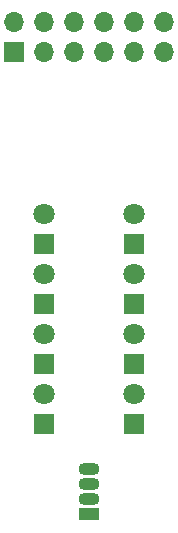
<source format=gbs>
G04 #@! TF.GenerationSoftware,KiCad,Pcbnew,6.0.9-8da3e8f707~116~ubuntu20.04.1*
G04 #@! TF.CreationDate,2023-03-03T20:37:28+01:00*
G04 #@! TF.ProjectId,led_drv_pmod,6c65645f-6472-4765-9f70-6d6f642e6b69,rev?*
G04 #@! TF.SameCoordinates,Original*
G04 #@! TF.FileFunction,Soldermask,Bot*
G04 #@! TF.FilePolarity,Negative*
%FSLAX46Y46*%
G04 Gerber Fmt 4.6, Leading zero omitted, Abs format (unit mm)*
G04 Created by KiCad (PCBNEW 6.0.9-8da3e8f707~116~ubuntu20.04.1) date 2023-03-03 20:37:28*
%MOMM*%
%LPD*%
G01*
G04 APERTURE LIST*
%ADD10R,1.700000X1.700000*%
%ADD11O,1.700000X1.700000*%
%ADD12C,1.800000*%
%ADD13R,1.800000X1.800000*%
%ADD14O,1.800000X1.070000*%
%ADD15R,1.800000X1.070000*%
G04 APERTURE END LIST*
D10*
X81280000Y-48260000D03*
D11*
X81280000Y-45720000D03*
X83820000Y-48260000D03*
X83820000Y-45720000D03*
X86360000Y-48260000D03*
X86360000Y-45720000D03*
X88900000Y-48260000D03*
X88900000Y-45720000D03*
X91440000Y-48260000D03*
X91440000Y-45720000D03*
X93980000Y-48260000D03*
X93980000Y-45720000D03*
D12*
X91440000Y-77190000D03*
D13*
X91440000Y-79730000D03*
D12*
X83820000Y-61950000D03*
D13*
X83820000Y-64490000D03*
D12*
X83820000Y-67030000D03*
D13*
X83820000Y-69570000D03*
D12*
X91440000Y-72110000D03*
D13*
X91440000Y-74650000D03*
D12*
X83820000Y-72110000D03*
D13*
X83820000Y-74650000D03*
D12*
X83820000Y-77190000D03*
D13*
X83820000Y-79730000D03*
D12*
X91440000Y-67030000D03*
D13*
X91440000Y-69570000D03*
D12*
X91440000Y-61950000D03*
D13*
X91440000Y-64490000D03*
D14*
X87630000Y-83540000D03*
X87630000Y-84810000D03*
X87630000Y-86080000D03*
D15*
X87630000Y-87350000D03*
M02*

</source>
